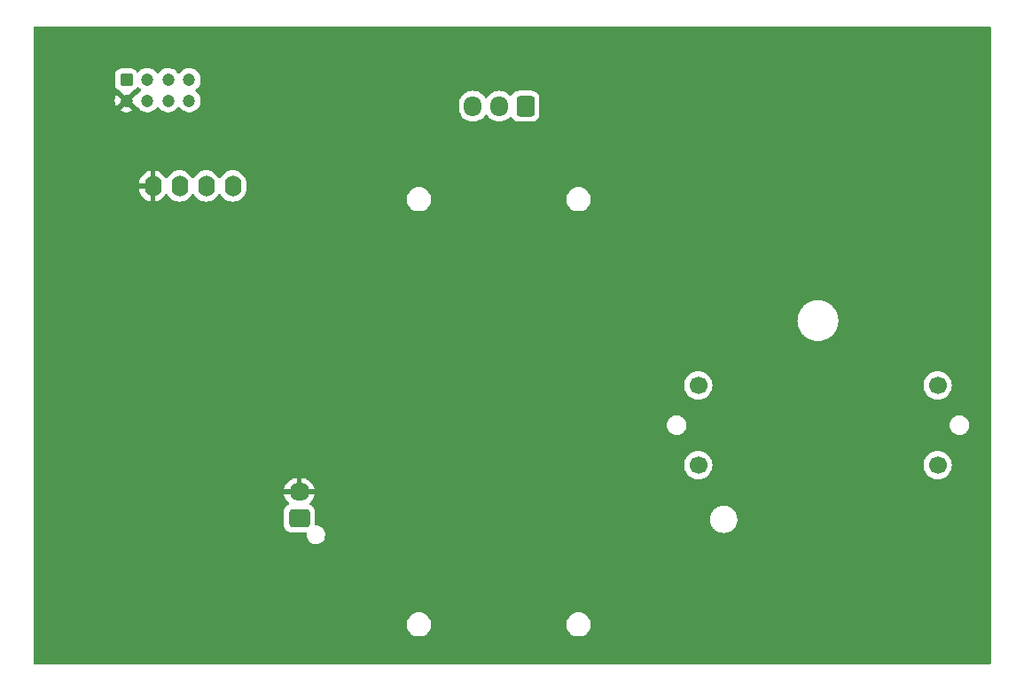
<source format=gbr>
%TF.GenerationSoftware,KiCad,Pcbnew,7.0.10*%
%TF.CreationDate,2024-02-04T18:22:09-08:00*%
%TF.ProjectId,514 pcb design,35313420-7063-4622-9064-657369676e2e,rev?*%
%TF.SameCoordinates,Original*%
%TF.FileFunction,Copper,L2,Bot*%
%TF.FilePolarity,Positive*%
%FSLAX46Y46*%
G04 Gerber Fmt 4.6, Leading zero omitted, Abs format (unit mm)*
G04 Created by KiCad (PCBNEW 7.0.10) date 2024-02-04 18:22:09*
%MOMM*%
%LPD*%
G01*
G04 APERTURE LIST*
G04 Aperture macros list*
%AMRoundRect*
0 Rectangle with rounded corners*
0 $1 Rounding radius*
0 $2 $3 $4 $5 $6 $7 $8 $9 X,Y pos of 4 corners*
0 Add a 4 corners polygon primitive as box body*
4,1,4,$2,$3,$4,$5,$6,$7,$8,$9,$2,$3,0*
0 Add four circle primitives for the rounded corners*
1,1,$1+$1,$2,$3*
1,1,$1+$1,$4,$5*
1,1,$1+$1,$6,$7*
1,1,$1+$1,$8,$9*
0 Add four rect primitives between the rounded corners*
20,1,$1+$1,$2,$3,$4,$5,0*
20,1,$1+$1,$4,$5,$6,$7,0*
20,1,$1+$1,$6,$7,$8,$9,0*
20,1,$1+$1,$8,$9,$2,$3,0*%
G04 Aperture macros list end*
%TA.AperFunction,ComponentPad*%
%ADD10O,1.600000X2.000000*%
%TD*%
%TA.AperFunction,ComponentPad*%
%ADD11O,1.950000X1.700000*%
%TD*%
%TA.AperFunction,ComponentPad*%
%ADD12RoundRect,0.250000X0.725000X-0.600000X0.725000X0.600000X-0.725000X0.600000X-0.725000X-0.600000X0*%
%TD*%
%TA.AperFunction,ComponentPad*%
%ADD13RoundRect,0.250000X-0.350000X-0.350000X0.350000X-0.350000X0.350000X0.350000X-0.350000X0.350000X0*%
%TD*%
%TA.AperFunction,ComponentPad*%
%ADD14C,1.200000*%
%TD*%
%TA.AperFunction,ComponentPad*%
%ADD15C,1.700000*%
%TD*%
%TA.AperFunction,ComponentPad*%
%ADD16O,1.700000X1.950000*%
%TD*%
%TA.AperFunction,ComponentPad*%
%ADD17RoundRect,0.250000X0.600000X0.725000X-0.600000X0.725000X-0.600000X-0.725000X0.600000X-0.725000X0*%
%TD*%
G04 APERTURE END LIST*
D10*
%TO.P,Brd1,4,SDA*%
%TO.N,/SDA*%
X102870000Y-68580000D03*
%TO.P,Brd1,3,SCL*%
%TO.N,/SCL*%
X100330000Y-68580000D03*
%TO.P,Brd1,2,VCC*%
%TO.N,/3v3*%
X97790000Y-68580000D03*
%TO.P,Brd1,1,GND*%
%TO.N,GND*%
X95250000Y-68580000D03*
%TD*%
D11*
%TO.P,J1,2,Pin_2*%
%TO.N,GND*%
X109220000Y-97830000D03*
D12*
%TO.P,J1,1,Pin_1*%
%TO.N,/Vin*%
X109220000Y-100330000D03*
%TD*%
D13*
%TO.P,BT1,1,+*%
%TO.N,Net-(BT1-+)*%
X92710000Y-58420000D03*
D14*
%TO.P,BT1,2,-*%
%TO.N,GND*%
X92710000Y-60420000D03*
%TO.P,BT1,3*%
%TO.N,N/C*%
X94710000Y-58420000D03*
%TO.P,BT1,4*%
X94710000Y-60420000D03*
%TO.P,BT1,5*%
X96710000Y-58420000D03*
%TO.P,BT1,6*%
X96710000Y-60420000D03*
%TO.P,BT1,7*%
X98710000Y-58420000D03*
%TO.P,BT1,8*%
X98710000Y-60420000D03*
%TD*%
D15*
%TO.P,M1,4*%
%TO.N,/D4*%
X147320000Y-87630000D03*
%TO.P,M1,3*%
%TO.N,/D3*%
X147320000Y-95250000D03*
%TO.P,M1,2,-*%
%TO.N,/D8*%
X170180000Y-95250000D03*
%TO.P,M1,1*%
%TO.N,/D9*%
X170180000Y-87630000D03*
%TD*%
D16*
%TO.P,SW1,3,C*%
%TO.N,Net-(SW1-C)*%
X125810000Y-60960000D03*
%TO.P,SW1,2,B*%
%TO.N,Net-(BT1-+)*%
X128310000Y-60960000D03*
D17*
%TO.P,SW1,1,A*%
%TO.N,/Vin*%
X130810000Y-60960000D03*
%TD*%
%TA.AperFunction,Conductor*%
%TO.N,GND*%
G36*
X93875782Y-59146815D02*
G01*
X93888995Y-59160689D01*
X93889375Y-59160344D01*
X93893236Y-59164580D01*
X94021317Y-59281340D01*
X94043959Y-59301981D01*
X94064294Y-59314572D01*
X94064296Y-59314573D01*
X94110931Y-59366601D01*
X94122035Y-59435583D01*
X94094082Y-59499617D01*
X94064296Y-59525427D01*
X94043957Y-59538020D01*
X93893236Y-59675419D01*
X93806206Y-59790665D01*
X93750097Y-59832300D01*
X93698669Y-59839640D01*
X93647465Y-59836087D01*
X93088338Y-60395214D01*
X93088886Y-60388605D01*
X93058163Y-60267281D01*
X92989711Y-60162508D01*
X92890948Y-60085637D01*
X92772576Y-60045000D01*
X92731447Y-60045000D01*
X93272254Y-59504190D01*
X93320927Y-59474168D01*
X93379334Y-59454814D01*
X93528656Y-59362712D01*
X93652712Y-59238656D01*
X93690790Y-59176920D01*
X93742737Y-59130195D01*
X93811699Y-59118972D01*
X93875782Y-59146815D01*
G37*
%TD.AperFunction*%
%TA.AperFunction,Conductor*%
G36*
X175202539Y-53360185D02*
G01*
X175248294Y-53412989D01*
X175259500Y-53464500D01*
X175259500Y-114175500D01*
X175239815Y-114242539D01*
X175187011Y-114288294D01*
X175135500Y-114299500D01*
X83944500Y-114299500D01*
X83877461Y-114279815D01*
X83831706Y-114227011D01*
X83820500Y-114175500D01*
X83820500Y-110596610D01*
X119499500Y-110596610D01*
X119538679Y-110806198D01*
X119615702Y-111005019D01*
X119727948Y-111186302D01*
X119871593Y-111343872D01*
X120041746Y-111472367D01*
X120232606Y-111567403D01*
X120232608Y-111567403D01*
X120232611Y-111567405D01*
X120437690Y-111625756D01*
X120596806Y-111640500D01*
X120596810Y-111640500D01*
X120703190Y-111640500D01*
X120703194Y-111640500D01*
X120862310Y-111625756D01*
X121067389Y-111567405D01*
X121067393Y-111567403D01*
X121067394Y-111567403D01*
X121258253Y-111472367D01*
X121258253Y-111472366D01*
X121258255Y-111472366D01*
X121428407Y-111343872D01*
X121572052Y-111186302D01*
X121684298Y-111005019D01*
X121761321Y-110806198D01*
X121800500Y-110596610D01*
X134739500Y-110596610D01*
X134778679Y-110806198D01*
X134855702Y-111005019D01*
X134967948Y-111186302D01*
X135111593Y-111343872D01*
X135281746Y-111472367D01*
X135472606Y-111567403D01*
X135472608Y-111567403D01*
X135472611Y-111567405D01*
X135677690Y-111625756D01*
X135836806Y-111640500D01*
X135836810Y-111640500D01*
X135943190Y-111640500D01*
X135943194Y-111640500D01*
X136102310Y-111625756D01*
X136307389Y-111567405D01*
X136307393Y-111567403D01*
X136307394Y-111567403D01*
X136498253Y-111472367D01*
X136498253Y-111472366D01*
X136498255Y-111472366D01*
X136668407Y-111343872D01*
X136812052Y-111186302D01*
X136924298Y-111005019D01*
X137001321Y-110806198D01*
X137040500Y-110596610D01*
X137040500Y-110383390D01*
X137001321Y-110173802D01*
X136924298Y-109974981D01*
X136812052Y-109793698D01*
X136668407Y-109636128D01*
X136668406Y-109636127D01*
X136498253Y-109507632D01*
X136307393Y-109412596D01*
X136102310Y-109354244D01*
X135943194Y-109339500D01*
X135836806Y-109339500D01*
X135709513Y-109351295D01*
X135677689Y-109354244D01*
X135472607Y-109412596D01*
X135472605Y-109412596D01*
X135281746Y-109507632D01*
X135111593Y-109636127D01*
X134967947Y-109793699D01*
X134855702Y-109974980D01*
X134855701Y-109974982D01*
X134778680Y-110173799D01*
X134778679Y-110173802D01*
X134739500Y-110383390D01*
X134739500Y-110596610D01*
X121800500Y-110596610D01*
X121800500Y-110383390D01*
X121761321Y-110173802D01*
X121684298Y-109974981D01*
X121572052Y-109793698D01*
X121428407Y-109636128D01*
X121428406Y-109636127D01*
X121258253Y-109507632D01*
X121067393Y-109412596D01*
X120862310Y-109354244D01*
X120703194Y-109339500D01*
X120596806Y-109339500D01*
X120469513Y-109351295D01*
X120437689Y-109354244D01*
X120232607Y-109412596D01*
X120232605Y-109412596D01*
X120041746Y-109507632D01*
X119871593Y-109636127D01*
X119727947Y-109793699D01*
X119615702Y-109974980D01*
X119615701Y-109974982D01*
X119538680Y-110173799D01*
X119538679Y-110173802D01*
X119499500Y-110383390D01*
X119499500Y-110596610D01*
X83820500Y-110596610D01*
X83820500Y-100980001D01*
X107744500Y-100980001D01*
X107744501Y-100980018D01*
X107755000Y-101082796D01*
X107755001Y-101082799D01*
X107810185Y-101249331D01*
X107810187Y-101249336D01*
X107828569Y-101279138D01*
X107902288Y-101398656D01*
X108026344Y-101522712D01*
X108175666Y-101614814D01*
X108342203Y-101669999D01*
X108444991Y-101680500D01*
X109827733Y-101680499D01*
X109894772Y-101700184D01*
X109940527Y-101752987D01*
X109950471Y-101822146D01*
X109950100Y-101824559D01*
X109940630Y-101882324D01*
X109950939Y-102072476D01*
X110001887Y-102255969D01*
X110001888Y-102255972D01*
X110091087Y-102424217D01*
X110091088Y-102424220D01*
X110214368Y-102569356D01*
X110214369Y-102569357D01*
X110365971Y-102684602D01*
X110365972Y-102684602D01*
X110365973Y-102684603D01*
X110365974Y-102684604D01*
X110471758Y-102733543D01*
X110538803Y-102764562D01*
X110538804Y-102764562D01*
X110538806Y-102764563D01*
X110595227Y-102776982D01*
X110724784Y-102805500D01*
X110724785Y-102805500D01*
X110867459Y-102805500D01*
X110867465Y-102805500D01*
X111009316Y-102790073D01*
X111189780Y-102729267D01*
X111352954Y-102631089D01*
X111491207Y-102500129D01*
X111598075Y-102342510D01*
X111598077Y-102342506D01*
X111668561Y-102165606D01*
X111668562Y-102165602D01*
X111699370Y-101977678D01*
X111689061Y-101787525D01*
X111638114Y-101604033D01*
X111548914Y-101435784D01*
X111548911Y-101435781D01*
X111548911Y-101435779D01*
X111425631Y-101290643D01*
X111274026Y-101175396D01*
X111274025Y-101175395D01*
X111101193Y-101095436D01*
X110915216Y-101054500D01*
X110819500Y-101054500D01*
X110752461Y-101034815D01*
X110706706Y-100982011D01*
X110695500Y-100930500D01*
X110695500Y-100440000D01*
X148444532Y-100440000D01*
X148452001Y-100525369D01*
X148452473Y-100536177D01*
X148452473Y-100553529D01*
X148455483Y-100570599D01*
X148456894Y-100581315D01*
X148464364Y-100666688D01*
X148464366Y-100666697D01*
X148486548Y-100749482D01*
X148488886Y-100760026D01*
X148491898Y-100777107D01*
X148491899Y-100777112D01*
X148491900Y-100777113D01*
X148497826Y-100793397D01*
X148501076Y-100803706D01*
X148520840Y-100877462D01*
X148523258Y-100886486D01*
X148523262Y-100886499D01*
X148559481Y-100964172D01*
X148563619Y-100974160D01*
X148569550Y-100990454D01*
X148578218Y-101005468D01*
X148583211Y-101015059D01*
X148619433Y-101092736D01*
X148668582Y-101162929D01*
X148674393Y-101172050D01*
X148683064Y-101187069D01*
X148683067Y-101187073D01*
X148683068Y-101187074D01*
X148694224Y-101200370D01*
X148700795Y-101208934D01*
X148729081Y-101249331D01*
X148749951Y-101279137D01*
X148749953Y-101279139D01*
X148810563Y-101339749D01*
X148817861Y-101347714D01*
X148829003Y-101360993D01*
X148829009Y-101360999D01*
X148838684Y-101369116D01*
X148842269Y-101372125D01*
X148842285Y-101372138D01*
X148850251Y-101379437D01*
X148910861Y-101440047D01*
X148981081Y-101489215D01*
X148989627Y-101495773D01*
X149002926Y-101506932D01*
X149017953Y-101515607D01*
X149027053Y-101521405D01*
X149097266Y-101570568D01*
X149174968Y-101606801D01*
X149184521Y-101611774D01*
X149199547Y-101620450D01*
X149215843Y-101626381D01*
X149225813Y-101630510D01*
X149303504Y-101666739D01*
X149303506Y-101666739D01*
X149303513Y-101666742D01*
X149354857Y-101680499D01*
X149386291Y-101688921D01*
X149396603Y-101692173D01*
X149398932Y-101693020D01*
X149412893Y-101698102D01*
X149429973Y-101701113D01*
X149440500Y-101703446D01*
X149523308Y-101725635D01*
X149608668Y-101733103D01*
X149608679Y-101733104D01*
X149619404Y-101734516D01*
X149623865Y-101735302D01*
X149636481Y-101737527D01*
X149636483Y-101737527D01*
X149653822Y-101737527D01*
X149664628Y-101737998D01*
X149681786Y-101739500D01*
X149749999Y-101745468D01*
X149750000Y-101745468D01*
X149750001Y-101745468D01*
X149818214Y-101739500D01*
X149835371Y-101737998D01*
X149846178Y-101737527D01*
X149863518Y-101737527D01*
X149863519Y-101737527D01*
X149880604Y-101734514D01*
X149891304Y-101733105D01*
X149976692Y-101725635D01*
X150059504Y-101703445D01*
X150070026Y-101701113D01*
X150087107Y-101698102D01*
X150103412Y-101692167D01*
X150113695Y-101688925D01*
X150172624Y-101673135D01*
X150196486Y-101666742D01*
X150196488Y-101666740D01*
X150196496Y-101666739D01*
X150274188Y-101630510D01*
X150284143Y-101626386D01*
X150300453Y-101620450D01*
X150315483Y-101611772D01*
X150325029Y-101606802D01*
X150402734Y-101570568D01*
X150472965Y-101521391D01*
X150482028Y-101515618D01*
X150497074Y-101506932D01*
X150510379Y-101495767D01*
X150518915Y-101489217D01*
X150589139Y-101440047D01*
X150649766Y-101379419D01*
X150657697Y-101372152D01*
X150670995Y-101360995D01*
X150682152Y-101347697D01*
X150689419Y-101339766D01*
X150750047Y-101279139D01*
X150799217Y-101208915D01*
X150805767Y-101200379D01*
X150816932Y-101187074D01*
X150825618Y-101172028D01*
X150831391Y-101162965D01*
X150880568Y-101092734D01*
X150916802Y-101015029D01*
X150921772Y-101005483D01*
X150930450Y-100990453D01*
X150936386Y-100974143D01*
X150940510Y-100964188D01*
X150976739Y-100886496D01*
X150998925Y-100803695D01*
X151002167Y-100793412D01*
X151008102Y-100777107D01*
X151011113Y-100760026D01*
X151013445Y-100749504D01*
X151035635Y-100666692D01*
X151043105Y-100581307D01*
X151044515Y-100570599D01*
X151047527Y-100553519D01*
X151048099Y-100527249D01*
X151048539Y-100519194D01*
X151055468Y-100440000D01*
X151048539Y-100360810D01*
X151048099Y-100352746D01*
X151047527Y-100326481D01*
X151044513Y-100309392D01*
X151043105Y-100298695D01*
X151035635Y-100213308D01*
X151013446Y-100130500D01*
X151011112Y-100119965D01*
X151008102Y-100102893D01*
X151002173Y-100086603D01*
X150998920Y-100076286D01*
X150976742Y-99993513D01*
X150976739Y-99993506D01*
X150976739Y-99993504D01*
X150940510Y-99915813D01*
X150936379Y-99905837D01*
X150930450Y-99889547D01*
X150921774Y-99874521D01*
X150916801Y-99864968D01*
X150880568Y-99787266D01*
X150831405Y-99717053D01*
X150825607Y-99707953D01*
X150816932Y-99692926D01*
X150805773Y-99679627D01*
X150799215Y-99671081D01*
X150750047Y-99600861D01*
X150689435Y-99540249D01*
X150682138Y-99532285D01*
X150670999Y-99519009D01*
X150670993Y-99519003D01*
X150657714Y-99507861D01*
X150649748Y-99500562D01*
X150589139Y-99439953D01*
X150518934Y-99390795D01*
X150510370Y-99384224D01*
X150497074Y-99373068D01*
X150497073Y-99373067D01*
X150497069Y-99373064D01*
X150482050Y-99364393D01*
X150472929Y-99358582D01*
X150402736Y-99309433D01*
X150402727Y-99309429D01*
X150388909Y-99302985D01*
X150325059Y-99273211D01*
X150315468Y-99268218D01*
X150300453Y-99259550D01*
X150300454Y-99259550D01*
X150284160Y-99253619D01*
X150274172Y-99249481D01*
X150196499Y-99213262D01*
X150196496Y-99213261D01*
X150187462Y-99210840D01*
X150113706Y-99191076D01*
X150103397Y-99187826D01*
X150087113Y-99181900D01*
X150087112Y-99181899D01*
X150087107Y-99181898D01*
X150070026Y-99178886D01*
X150059482Y-99176548D01*
X149976697Y-99154366D01*
X149976688Y-99154364D01*
X149891315Y-99146894D01*
X149880599Y-99145483D01*
X149863529Y-99142473D01*
X149863519Y-99142473D01*
X149846178Y-99142473D01*
X149835371Y-99142001D01*
X149781467Y-99137285D01*
X149750001Y-99134532D01*
X149749999Y-99134532D01*
X149718533Y-99137285D01*
X149664628Y-99142001D01*
X149653822Y-99142473D01*
X149636484Y-99142473D01*
X149636481Y-99142473D01*
X149636479Y-99142473D01*
X149636468Y-99142474D01*
X149619400Y-99145483D01*
X149608685Y-99146894D01*
X149523306Y-99154365D01*
X149440519Y-99176547D01*
X149429965Y-99178887D01*
X149412891Y-99181898D01*
X149412890Y-99181898D01*
X149396608Y-99187824D01*
X149386300Y-99191074D01*
X149303506Y-99213260D01*
X149303504Y-99213261D01*
X149225816Y-99249485D01*
X149215837Y-99253619D01*
X149199546Y-99259550D01*
X149199543Y-99259551D01*
X149184532Y-99268217D01*
X149174946Y-99273207D01*
X149097270Y-99309429D01*
X149027062Y-99358588D01*
X149017942Y-99364398D01*
X149002931Y-99373064D01*
X149002922Y-99373070D01*
X148989636Y-99384218D01*
X148981061Y-99390797D01*
X148910869Y-99439946D01*
X148910857Y-99439956D01*
X148850249Y-99500562D01*
X148842281Y-99507864D01*
X148829005Y-99519005D01*
X148817864Y-99532281D01*
X148810562Y-99540249D01*
X148749956Y-99600857D01*
X148749946Y-99600869D01*
X148700797Y-99671061D01*
X148694218Y-99679636D01*
X148683070Y-99692922D01*
X148683064Y-99692931D01*
X148674398Y-99707942D01*
X148668588Y-99717062D01*
X148619429Y-99787270D01*
X148583207Y-99864946D01*
X148578217Y-99874532D01*
X148569551Y-99889543D01*
X148569550Y-99889546D01*
X148563619Y-99905837D01*
X148559485Y-99915816D01*
X148523261Y-99993504D01*
X148523260Y-99993506D01*
X148501074Y-100076300D01*
X148497824Y-100086608D01*
X148491898Y-100102890D01*
X148491898Y-100102891D01*
X148488887Y-100119965D01*
X148486547Y-100130519D01*
X148464365Y-100213306D01*
X148456894Y-100298685D01*
X148455483Y-100309400D01*
X148452474Y-100326468D01*
X148452473Y-100326483D01*
X148452473Y-100343821D01*
X148452001Y-100354628D01*
X148444532Y-100439998D01*
X148444532Y-100440000D01*
X110695500Y-100440000D01*
X110695499Y-99679998D01*
X110695498Y-99679981D01*
X110684999Y-99577203D01*
X110684998Y-99577200D01*
X110672758Y-99540263D01*
X110629814Y-99410666D01*
X110537712Y-99261344D01*
X110413656Y-99137288D01*
X110264334Y-99045186D01*
X110258441Y-99041551D01*
X110211717Y-98989603D01*
X110200494Y-98920640D01*
X110228338Y-98856558D01*
X110235857Y-98848331D01*
X110383105Y-98701082D01*
X110518600Y-98507578D01*
X110618429Y-98293492D01*
X110618432Y-98293486D01*
X110675636Y-98080000D01*
X109623969Y-98080000D01*
X109656519Y-98029351D01*
X109695000Y-97898295D01*
X109695000Y-97761705D01*
X109656519Y-97630649D01*
X109623969Y-97580000D01*
X110675636Y-97580000D01*
X110675635Y-97579999D01*
X110618432Y-97366513D01*
X110618429Y-97366507D01*
X110518600Y-97152422D01*
X110518599Y-97152420D01*
X110383113Y-96958926D01*
X110383108Y-96958920D01*
X110216079Y-96791891D01*
X110216073Y-96791886D01*
X110022579Y-96656400D01*
X110022577Y-96656399D01*
X109808492Y-96556570D01*
X109808483Y-96556566D01*
X109580326Y-96495432D01*
X109580316Y-96495430D01*
X109470000Y-96485778D01*
X109470000Y-97421981D01*
X109355199Y-97369554D01*
X109253975Y-97355000D01*
X109186025Y-97355000D01*
X109084801Y-97369554D01*
X108970000Y-97421981D01*
X108970000Y-96485778D01*
X108859683Y-96495430D01*
X108859673Y-96495432D01*
X108631516Y-96556566D01*
X108631507Y-96556570D01*
X108417422Y-96656399D01*
X108417420Y-96656400D01*
X108223926Y-96791886D01*
X108223920Y-96791891D01*
X108056894Y-96958917D01*
X107921399Y-97152421D01*
X107821570Y-97366507D01*
X107821567Y-97366513D01*
X107764364Y-97579999D01*
X107764364Y-97580000D01*
X108816031Y-97580000D01*
X108783481Y-97630649D01*
X108745000Y-97761705D01*
X108745000Y-97898295D01*
X108783481Y-98029351D01*
X108816031Y-98080000D01*
X107764364Y-98080000D01*
X107821567Y-98293486D01*
X107821570Y-98293492D01*
X107921399Y-98507577D01*
X107921400Y-98507579D01*
X108056886Y-98701073D01*
X108204143Y-98848331D01*
X108237627Y-98909654D01*
X108232643Y-98979346D01*
X108190771Y-99035279D01*
X108181558Y-99041550D01*
X108026347Y-99137285D01*
X108026343Y-99137288D01*
X107902289Y-99261342D01*
X107810187Y-99410663D01*
X107810185Y-99410668D01*
X107800481Y-99439953D01*
X107755001Y-99577203D01*
X107755001Y-99577204D01*
X107755000Y-99577204D01*
X107744500Y-99679983D01*
X107744500Y-100980001D01*
X83820500Y-100980001D01*
X83820500Y-95250000D01*
X145964341Y-95250000D01*
X145984936Y-95485403D01*
X145984938Y-95485413D01*
X146046094Y-95713655D01*
X146046096Y-95713659D01*
X146046097Y-95713663D01*
X146145965Y-95927830D01*
X146145967Y-95927834D01*
X146254281Y-96082521D01*
X146281505Y-96121401D01*
X146448599Y-96288495D01*
X146545384Y-96356265D01*
X146642165Y-96424032D01*
X146642167Y-96424033D01*
X146642170Y-96424035D01*
X146856337Y-96523903D01*
X147084592Y-96585063D01*
X147272918Y-96601539D01*
X147319999Y-96605659D01*
X147320000Y-96605659D01*
X147320001Y-96605659D01*
X147359234Y-96602226D01*
X147555408Y-96585063D01*
X147783663Y-96523903D01*
X147997830Y-96424035D01*
X148191401Y-96288495D01*
X148358495Y-96121401D01*
X148494035Y-95927830D01*
X148593903Y-95713663D01*
X148655063Y-95485408D01*
X148675659Y-95250000D01*
X168824341Y-95250000D01*
X168844936Y-95485403D01*
X168844938Y-95485413D01*
X168906094Y-95713655D01*
X168906096Y-95713659D01*
X168906097Y-95713663D01*
X169005965Y-95927830D01*
X169005967Y-95927834D01*
X169114281Y-96082521D01*
X169141505Y-96121401D01*
X169308599Y-96288495D01*
X169405384Y-96356265D01*
X169502165Y-96424032D01*
X169502167Y-96424033D01*
X169502170Y-96424035D01*
X169716337Y-96523903D01*
X169944592Y-96585063D01*
X170132918Y-96601539D01*
X170179999Y-96605659D01*
X170180000Y-96605659D01*
X170180001Y-96605659D01*
X170219234Y-96602226D01*
X170415408Y-96585063D01*
X170643663Y-96523903D01*
X170857830Y-96424035D01*
X171051401Y-96288495D01*
X171218495Y-96121401D01*
X171354035Y-95927830D01*
X171453903Y-95713663D01*
X171515063Y-95485408D01*
X171535659Y-95250000D01*
X171515063Y-95014592D01*
X171453903Y-94786337D01*
X171354035Y-94572171D01*
X171218495Y-94378599D01*
X171218494Y-94378597D01*
X171051402Y-94211506D01*
X171051395Y-94211501D01*
X170857834Y-94075967D01*
X170857830Y-94075965D01*
X170857828Y-94075964D01*
X170643663Y-93976097D01*
X170643659Y-93976096D01*
X170643655Y-93976094D01*
X170415413Y-93914938D01*
X170415403Y-93914936D01*
X170180001Y-93894341D01*
X170179999Y-93894341D01*
X169944596Y-93914936D01*
X169944586Y-93914938D01*
X169716344Y-93976094D01*
X169716335Y-93976098D01*
X169502171Y-94075964D01*
X169502169Y-94075965D01*
X169308597Y-94211505D01*
X169141505Y-94378597D01*
X169005965Y-94572169D01*
X169005964Y-94572171D01*
X168906098Y-94786335D01*
X168906094Y-94786344D01*
X168844938Y-95014586D01*
X168844936Y-95014596D01*
X168824341Y-95249999D01*
X168824341Y-95250000D01*
X148675659Y-95250000D01*
X148655063Y-95014592D01*
X148593903Y-94786337D01*
X148494035Y-94572171D01*
X148358495Y-94378599D01*
X148358494Y-94378597D01*
X148191402Y-94211506D01*
X148191395Y-94211501D01*
X147997834Y-94075967D01*
X147997830Y-94075965D01*
X147997828Y-94075964D01*
X147783663Y-93976097D01*
X147783659Y-93976096D01*
X147783655Y-93976094D01*
X147555413Y-93914938D01*
X147555403Y-93914936D01*
X147320001Y-93894341D01*
X147319999Y-93894341D01*
X147084596Y-93914936D01*
X147084586Y-93914938D01*
X146856344Y-93976094D01*
X146856335Y-93976098D01*
X146642171Y-94075964D01*
X146642169Y-94075965D01*
X146448597Y-94211505D01*
X146281505Y-94378597D01*
X146145965Y-94572169D01*
X146145964Y-94572171D01*
X146046098Y-94786335D01*
X146046094Y-94786344D01*
X145984938Y-95014586D01*
X145984936Y-95014596D01*
X145964341Y-95249999D01*
X145964341Y-95250000D01*
X83820500Y-95250000D01*
X83820500Y-91440000D01*
X144294901Y-91440000D01*
X144313252Y-91626331D01*
X144313253Y-91626333D01*
X144367604Y-91805502D01*
X144455862Y-91970623D01*
X144455864Y-91970626D01*
X144574642Y-92115357D01*
X144719373Y-92234135D01*
X144719376Y-92234137D01*
X144719382Y-92234140D01*
X144884499Y-92322396D01*
X144884502Y-92322397D01*
X144884507Y-92322399D01*
X144912097Y-92330768D01*
X144919193Y-92333156D01*
X144919206Y-92333160D01*
X144919209Y-92333162D01*
X144922090Y-92333908D01*
X144926919Y-92335264D01*
X145063669Y-92376747D01*
X145092607Y-92379597D01*
X145099502Y-92380823D01*
X145099550Y-92380512D01*
X145105762Y-92381463D01*
X145105773Y-92381466D01*
X145114830Y-92381925D01*
X145120640Y-92382358D01*
X145250000Y-92395099D01*
X145283151Y-92391833D01*
X145291965Y-92391624D01*
X145291961Y-92391545D01*
X145298231Y-92391226D01*
X145298241Y-92391227D01*
X145311042Y-92389265D01*
X145317620Y-92388439D01*
X145436331Y-92376747D01*
X145472324Y-92365828D01*
X145486886Y-92362523D01*
X145488729Y-92362045D01*
X145488734Y-92362045D01*
X145503066Y-92356736D01*
X145510093Y-92354371D01*
X145615501Y-92322396D01*
X145652539Y-92302598D01*
X145667906Y-92295685D01*
X145669453Y-92295113D01*
X145683486Y-92286365D01*
X145690582Y-92282264D01*
X145780625Y-92234136D01*
X145816531Y-92204668D01*
X145829608Y-92195287D01*
X145833000Y-92193174D01*
X145845319Y-92181463D01*
X145852016Y-92175546D01*
X145925357Y-92115357D01*
X145957738Y-92075899D01*
X145968137Y-92064715D01*
X145972679Y-92060399D01*
X145982277Y-92046608D01*
X145988176Y-92038811D01*
X146044136Y-91970625D01*
X146070411Y-91921466D01*
X146077981Y-91909107D01*
X146082771Y-91902226D01*
X146089141Y-91887380D01*
X146093710Y-91877876D01*
X146132396Y-91805501D01*
X146149981Y-91747530D01*
X146154683Y-91734649D01*
X146158769Y-91725128D01*
X146161807Y-91710344D01*
X146164604Y-91699323D01*
X146186747Y-91626331D01*
X146193175Y-91561061D01*
X146195111Y-91548284D01*
X146197563Y-91536358D01*
X146198124Y-91514168D01*
X146198678Y-91505188D01*
X146205099Y-91440000D01*
X171294901Y-91440000D01*
X171313252Y-91626331D01*
X171313253Y-91626333D01*
X171367604Y-91805502D01*
X171455862Y-91970623D01*
X171455864Y-91970626D01*
X171574642Y-92115357D01*
X171719373Y-92234135D01*
X171719376Y-92234137D01*
X171719382Y-92234140D01*
X171884499Y-92322396D01*
X171884502Y-92322397D01*
X171884507Y-92322399D01*
X171912097Y-92330768D01*
X171919193Y-92333156D01*
X171919206Y-92333160D01*
X171919209Y-92333162D01*
X171922090Y-92333908D01*
X171926919Y-92335264D01*
X172063669Y-92376747D01*
X172092607Y-92379597D01*
X172099502Y-92380823D01*
X172099550Y-92380512D01*
X172105762Y-92381463D01*
X172105773Y-92381466D01*
X172114830Y-92381925D01*
X172120640Y-92382358D01*
X172250000Y-92395099D01*
X172283151Y-92391833D01*
X172291965Y-92391624D01*
X172291961Y-92391545D01*
X172298231Y-92391226D01*
X172298241Y-92391227D01*
X172311042Y-92389265D01*
X172317620Y-92388439D01*
X172436331Y-92376747D01*
X172472324Y-92365828D01*
X172486886Y-92362523D01*
X172488729Y-92362045D01*
X172488734Y-92362045D01*
X172503066Y-92356736D01*
X172510093Y-92354371D01*
X172615501Y-92322396D01*
X172652539Y-92302598D01*
X172667906Y-92295685D01*
X172669453Y-92295113D01*
X172683486Y-92286365D01*
X172690582Y-92282264D01*
X172780625Y-92234136D01*
X172816531Y-92204668D01*
X172829608Y-92195287D01*
X172833000Y-92193174D01*
X172845319Y-92181463D01*
X172852016Y-92175546D01*
X172925357Y-92115357D01*
X172957738Y-92075899D01*
X172968137Y-92064715D01*
X172972679Y-92060399D01*
X172982277Y-92046608D01*
X172988176Y-92038811D01*
X173044136Y-91970625D01*
X173070411Y-91921466D01*
X173077981Y-91909107D01*
X173082771Y-91902226D01*
X173089141Y-91887380D01*
X173093710Y-91877876D01*
X173132396Y-91805501D01*
X173149981Y-91747530D01*
X173154683Y-91734649D01*
X173158769Y-91725128D01*
X173161807Y-91710344D01*
X173164604Y-91699323D01*
X173186747Y-91626331D01*
X173193175Y-91561061D01*
X173195111Y-91548284D01*
X173197563Y-91536358D01*
X173198124Y-91514168D01*
X173198678Y-91505188D01*
X173205099Y-91440000D01*
X173198678Y-91374813D01*
X173198124Y-91365829D01*
X173197563Y-91343642D01*
X173195112Y-91331716D01*
X173193175Y-91318939D01*
X173186747Y-91253669D01*
X173164606Y-91180682D01*
X173161806Y-91169651D01*
X173158769Y-91154872D01*
X173154684Y-91145352D01*
X173149976Y-91132451D01*
X173132395Y-91074497D01*
X173093724Y-91002148D01*
X173089130Y-90992593D01*
X173082772Y-90977777D01*
X173082771Y-90977774D01*
X173077976Y-90970885D01*
X173070400Y-90958511D01*
X173044137Y-90909376D01*
X173044135Y-90909373D01*
X172988180Y-90841192D01*
X172982259Y-90833365D01*
X172972678Y-90819600D01*
X172972677Y-90819599D01*
X172968146Y-90815292D01*
X172957721Y-90804079D01*
X172925357Y-90764642D01*
X172852053Y-90704484D01*
X172845284Y-90698503D01*
X172833004Y-90686829D01*
X172833001Y-90686827D01*
X172833000Y-90686826D01*
X172829589Y-90684700D01*
X172816527Y-90675328D01*
X172780626Y-90645865D01*
X172780627Y-90645865D01*
X172780625Y-90645864D01*
X172690604Y-90597747D01*
X172683468Y-90593622D01*
X172669453Y-90584886D01*
X172667899Y-90584311D01*
X172652529Y-90577395D01*
X172625177Y-90562776D01*
X172615501Y-90557604D01*
X172615498Y-90557603D01*
X172510127Y-90525638D01*
X172503060Y-90523260D01*
X172488737Y-90517955D01*
X172486905Y-90517481D01*
X172472317Y-90514168D01*
X172436333Y-90503253D01*
X172317637Y-90491562D01*
X172311021Y-90490730D01*
X172298246Y-90488773D01*
X172291968Y-90488455D01*
X172291971Y-90488376D01*
X172283158Y-90488165D01*
X172250005Y-90484901D01*
X172249999Y-90484901D01*
X172120666Y-90497638D01*
X172114801Y-90498075D01*
X172105779Y-90498533D01*
X172099564Y-90499485D01*
X172099518Y-90499184D01*
X172092626Y-90500400D01*
X172063670Y-90503252D01*
X172063669Y-90503252D01*
X171926966Y-90544721D01*
X171922069Y-90546097D01*
X171919198Y-90546840D01*
X171919138Y-90546863D01*
X171912115Y-90549225D01*
X171884502Y-90557602D01*
X171884495Y-90557605D01*
X171719376Y-90645862D01*
X171719373Y-90645864D01*
X171574642Y-90764642D01*
X171455864Y-90909373D01*
X171455862Y-90909376D01*
X171367604Y-91074497D01*
X171313253Y-91253666D01*
X171313252Y-91253668D01*
X171294901Y-91440000D01*
X146205099Y-91440000D01*
X146198678Y-91374813D01*
X146198124Y-91365829D01*
X146197563Y-91343642D01*
X146195112Y-91331716D01*
X146193175Y-91318939D01*
X146186747Y-91253669D01*
X146164606Y-91180682D01*
X146161806Y-91169651D01*
X146158769Y-91154872D01*
X146154684Y-91145352D01*
X146149976Y-91132451D01*
X146132395Y-91074497D01*
X146093724Y-91002148D01*
X146089130Y-90992593D01*
X146082772Y-90977777D01*
X146082771Y-90977774D01*
X146077976Y-90970885D01*
X146070400Y-90958511D01*
X146044137Y-90909376D01*
X146044135Y-90909373D01*
X145988180Y-90841192D01*
X145982259Y-90833365D01*
X145972678Y-90819600D01*
X145972677Y-90819599D01*
X145968146Y-90815292D01*
X145957721Y-90804079D01*
X145925357Y-90764642D01*
X145852053Y-90704484D01*
X145845284Y-90698503D01*
X145833004Y-90686829D01*
X145833001Y-90686827D01*
X145833000Y-90686826D01*
X145829589Y-90684700D01*
X145816527Y-90675328D01*
X145780626Y-90645865D01*
X145780627Y-90645865D01*
X145780625Y-90645864D01*
X145690604Y-90597747D01*
X145683468Y-90593622D01*
X145669453Y-90584886D01*
X145667899Y-90584311D01*
X145652529Y-90577395D01*
X145625177Y-90562776D01*
X145615501Y-90557604D01*
X145615498Y-90557603D01*
X145510127Y-90525638D01*
X145503060Y-90523260D01*
X145488737Y-90517955D01*
X145486905Y-90517481D01*
X145472317Y-90514168D01*
X145436333Y-90503253D01*
X145317637Y-90491562D01*
X145311021Y-90490730D01*
X145298246Y-90488773D01*
X145291968Y-90488455D01*
X145291971Y-90488376D01*
X145283158Y-90488165D01*
X145250005Y-90484901D01*
X145249999Y-90484901D01*
X145120666Y-90497638D01*
X145114801Y-90498075D01*
X145105779Y-90498533D01*
X145099564Y-90499485D01*
X145099518Y-90499184D01*
X145092626Y-90500400D01*
X145063670Y-90503252D01*
X145063669Y-90503252D01*
X144926966Y-90544721D01*
X144922069Y-90546097D01*
X144919198Y-90546840D01*
X144919138Y-90546863D01*
X144912115Y-90549225D01*
X144884502Y-90557602D01*
X144884495Y-90557605D01*
X144719376Y-90645862D01*
X144719373Y-90645864D01*
X144574642Y-90764642D01*
X144455864Y-90909373D01*
X144455862Y-90909376D01*
X144367604Y-91074497D01*
X144313253Y-91253666D01*
X144313252Y-91253668D01*
X144294901Y-91440000D01*
X83820500Y-91440000D01*
X83820500Y-87630000D01*
X145964341Y-87630000D01*
X145984936Y-87865403D01*
X145984938Y-87865413D01*
X146046094Y-88093655D01*
X146046096Y-88093659D01*
X146046097Y-88093663D01*
X146145965Y-88307830D01*
X146145967Y-88307834D01*
X146254281Y-88462521D01*
X146281505Y-88501401D01*
X146448599Y-88668495D01*
X146545384Y-88736265D01*
X146642165Y-88804032D01*
X146642167Y-88804033D01*
X146642170Y-88804035D01*
X146856337Y-88903903D01*
X147084592Y-88965063D01*
X147272918Y-88981539D01*
X147319999Y-88985659D01*
X147320000Y-88985659D01*
X147320001Y-88985659D01*
X147359234Y-88982226D01*
X147555408Y-88965063D01*
X147783663Y-88903903D01*
X147997830Y-88804035D01*
X148191401Y-88668495D01*
X148358495Y-88501401D01*
X148494035Y-88307830D01*
X148593903Y-88093663D01*
X148655063Y-87865408D01*
X148675659Y-87630000D01*
X168824341Y-87630000D01*
X168844936Y-87865403D01*
X168844938Y-87865413D01*
X168906094Y-88093655D01*
X168906096Y-88093659D01*
X168906097Y-88093663D01*
X169005965Y-88307830D01*
X169005967Y-88307834D01*
X169114281Y-88462521D01*
X169141505Y-88501401D01*
X169308599Y-88668495D01*
X169405384Y-88736265D01*
X169502165Y-88804032D01*
X169502167Y-88804033D01*
X169502170Y-88804035D01*
X169716337Y-88903903D01*
X169944592Y-88965063D01*
X170132918Y-88981539D01*
X170179999Y-88985659D01*
X170180000Y-88985659D01*
X170180001Y-88985659D01*
X170219234Y-88982226D01*
X170415408Y-88965063D01*
X170643663Y-88903903D01*
X170857830Y-88804035D01*
X171051401Y-88668495D01*
X171218495Y-88501401D01*
X171354035Y-88307830D01*
X171453903Y-88093663D01*
X171515063Y-87865408D01*
X171535659Y-87630000D01*
X171515063Y-87394592D01*
X171453903Y-87166337D01*
X171354035Y-86952171D01*
X171218495Y-86758599D01*
X171218494Y-86758597D01*
X171051402Y-86591506D01*
X171051395Y-86591501D01*
X170857834Y-86455967D01*
X170857830Y-86455965D01*
X170857828Y-86455964D01*
X170643663Y-86356097D01*
X170643659Y-86356096D01*
X170643655Y-86356094D01*
X170415413Y-86294938D01*
X170415403Y-86294936D01*
X170180001Y-86274341D01*
X170179999Y-86274341D01*
X169944596Y-86294936D01*
X169944586Y-86294938D01*
X169716344Y-86356094D01*
X169716335Y-86356098D01*
X169502171Y-86455964D01*
X169502169Y-86455965D01*
X169308597Y-86591505D01*
X169141505Y-86758597D01*
X169005965Y-86952169D01*
X169005964Y-86952171D01*
X168906098Y-87166335D01*
X168906094Y-87166344D01*
X168844938Y-87394586D01*
X168844936Y-87394596D01*
X168824341Y-87629999D01*
X168824341Y-87630000D01*
X148675659Y-87630000D01*
X148655063Y-87394592D01*
X148593903Y-87166337D01*
X148494035Y-86952171D01*
X148358495Y-86758599D01*
X148358494Y-86758597D01*
X148191402Y-86591506D01*
X148191395Y-86591501D01*
X147997834Y-86455967D01*
X147997830Y-86455965D01*
X147997828Y-86455964D01*
X147783663Y-86356097D01*
X147783659Y-86356096D01*
X147783655Y-86356094D01*
X147555413Y-86294938D01*
X147555403Y-86294936D01*
X147320001Y-86274341D01*
X147319999Y-86274341D01*
X147084596Y-86294936D01*
X147084586Y-86294938D01*
X146856344Y-86356094D01*
X146856335Y-86356098D01*
X146642171Y-86455964D01*
X146642169Y-86455965D01*
X146448597Y-86591505D01*
X146281505Y-86758597D01*
X146145965Y-86952169D01*
X146145964Y-86952171D01*
X146046098Y-87166335D01*
X146046094Y-87166344D01*
X145984938Y-87394586D01*
X145984936Y-87394596D01*
X145964341Y-87629999D01*
X145964341Y-87630000D01*
X83820500Y-87630000D01*
X83820500Y-81440001D01*
X156794518Y-81440001D01*
X156802168Y-81546960D01*
X156802484Y-81555806D01*
X156802484Y-81579289D01*
X156804898Y-81596084D01*
X156805825Y-81602528D01*
X156806770Y-81611322D01*
X156814422Y-81718296D01*
X156814422Y-81718299D01*
X156837215Y-81823072D01*
X156838787Y-81831783D01*
X156842130Y-81855032D01*
X156845643Y-81866998D01*
X156848746Y-81877567D01*
X156850932Y-81886134D01*
X156873362Y-81989238D01*
X156873729Y-81990923D01*
X156896188Y-82051138D01*
X156911206Y-82091404D01*
X156914000Y-82099798D01*
X156920614Y-82122322D01*
X156920620Y-82122338D01*
X156930365Y-82143678D01*
X156933750Y-82151850D01*
X156971230Y-82252335D01*
X156971233Y-82252342D01*
X157022624Y-82346456D01*
X157026587Y-82354373D01*
X157036334Y-82375718D01*
X157036344Y-82375736D01*
X157049032Y-82395479D01*
X157053548Y-82403090D01*
X157104940Y-82497207D01*
X157104944Y-82497214D01*
X157169215Y-82583072D01*
X157174260Y-82590337D01*
X157186951Y-82610084D01*
X157202325Y-82627826D01*
X157207874Y-82634712D01*
X157272145Y-82720568D01*
X157347984Y-82796407D01*
X157354003Y-82802872D01*
X157369380Y-82820618D01*
X157387125Y-82835994D01*
X157393590Y-82842013D01*
X157464911Y-82913334D01*
X157469429Y-82917852D01*
X157469433Y-82917856D01*
X157555279Y-82982120D01*
X157562168Y-82987671D01*
X157568832Y-82993444D01*
X157579916Y-83003049D01*
X157599678Y-83015749D01*
X157606933Y-83020787D01*
X157692787Y-83085056D01*
X157786929Y-83136462D01*
X157794491Y-83140948D01*
X157814271Y-83153660D01*
X157835636Y-83163417D01*
X157843534Y-83167370D01*
X157937663Y-83218769D01*
X158038146Y-83256247D01*
X158046318Y-83259632D01*
X158056755Y-83264398D01*
X158067675Y-83269385D01*
X158090208Y-83276001D01*
X158098579Y-83278787D01*
X158199077Y-83316271D01*
X158303854Y-83339064D01*
X158303859Y-83339065D01*
X158312437Y-83341254D01*
X158334968Y-83347870D01*
X158358247Y-83351217D01*
X158366877Y-83352773D01*
X158471706Y-83375578D01*
X158578686Y-83383229D01*
X158587436Y-83384169D01*
X158610711Y-83387516D01*
X158610716Y-83387516D01*
X158634193Y-83387516D01*
X158643039Y-83387832D01*
X158749999Y-83395482D01*
X158750000Y-83395482D01*
X158750001Y-83395482D01*
X158856961Y-83387832D01*
X158865807Y-83387516D01*
X158889288Y-83387516D01*
X158889289Y-83387516D01*
X158912539Y-83384173D01*
X158921313Y-83383229D01*
X159028294Y-83375578D01*
X159133137Y-83352770D01*
X159141747Y-83351217D01*
X159165032Y-83347870D01*
X159187588Y-83341246D01*
X159196134Y-83339066D01*
X159272552Y-83322442D01*
X159300919Y-83316272D01*
X159300924Y-83316271D01*
X159341435Y-83301160D01*
X159401420Y-83278787D01*
X159409766Y-83276008D01*
X159432325Y-83269385D01*
X159453692Y-83259626D01*
X159461832Y-83256255D01*
X159562337Y-83218769D01*
X159656476Y-83167364D01*
X159664341Y-83163427D01*
X159685729Y-83153660D01*
X159705507Y-83140949D01*
X159713054Y-83136470D01*
X159807213Y-83085056D01*
X159893086Y-83020771D01*
X159900300Y-83015762D01*
X159920084Y-83003049D01*
X159937866Y-82987640D01*
X159944688Y-82982143D01*
X160030568Y-82917855D01*
X160106425Y-82841997D01*
X160112875Y-82835994D01*
X160130619Y-82820619D01*
X160146003Y-82802863D01*
X160151996Y-82796426D01*
X160227855Y-82720568D01*
X160292143Y-82634688D01*
X160297640Y-82627866D01*
X160313049Y-82610084D01*
X160325762Y-82590300D01*
X160330771Y-82583086D01*
X160395056Y-82497213D01*
X160446470Y-82403054D01*
X160450949Y-82395507D01*
X160463660Y-82375729D01*
X160473427Y-82354341D01*
X160477364Y-82346476D01*
X160528769Y-82252337D01*
X160566255Y-82151832D01*
X160569633Y-82143678D01*
X160579385Y-82122325D01*
X160586008Y-82099766D01*
X160588787Y-82091420D01*
X160626271Y-81990923D01*
X160649066Y-81886134D01*
X160651246Y-81877588D01*
X160657870Y-81855032D01*
X160661217Y-81831747D01*
X160662770Y-81823137D01*
X160685578Y-81718294D01*
X160693229Y-81611313D01*
X160694169Y-81602563D01*
X160697516Y-81579289D01*
X160698120Y-81545409D01*
X160698413Y-81538830D01*
X160705482Y-81440000D01*
X160698413Y-81341173D01*
X160698120Y-81334587D01*
X160697516Y-81300711D01*
X160694169Y-81277436D01*
X160693229Y-81268686D01*
X160685578Y-81161706D01*
X160662773Y-81056877D01*
X160661217Y-81048247D01*
X160657870Y-81024968D01*
X160651254Y-81002436D01*
X160649065Y-80993859D01*
X160626271Y-80889077D01*
X160588787Y-80788579D01*
X160586001Y-80780208D01*
X160579385Y-80757675D01*
X160569631Y-80736316D01*
X160566246Y-80728144D01*
X160528769Y-80627663D01*
X160477370Y-80533534D01*
X160473412Y-80525626D01*
X160463662Y-80504276D01*
X160463661Y-80504274D01*
X160463660Y-80504271D01*
X160450948Y-80484491D01*
X160446462Y-80476929D01*
X160395056Y-80382787D01*
X160395052Y-80382782D01*
X160330792Y-80296940D01*
X160325743Y-80289669D01*
X160313049Y-80269916D01*
X160303444Y-80258832D01*
X160297671Y-80252168D01*
X160292120Y-80245279D01*
X160227856Y-80159433D01*
X160227852Y-80159429D01*
X160152013Y-80083590D01*
X160145994Y-80077125D01*
X160130618Y-80059380D01*
X160112872Y-80044003D01*
X160106404Y-80037981D01*
X160030568Y-79962145D01*
X159944712Y-79897874D01*
X159937827Y-79892325D01*
X159920084Y-79876951D01*
X159905280Y-79867437D01*
X159900337Y-79864260D01*
X159893072Y-79859215D01*
X159807214Y-79794944D01*
X159807207Y-79794940D01*
X159713090Y-79743548D01*
X159705479Y-79739032D01*
X159685736Y-79726344D01*
X159685718Y-79726334D01*
X159664373Y-79716587D01*
X159656456Y-79712624D01*
X159562342Y-79661233D01*
X159562335Y-79661230D01*
X159461850Y-79623750D01*
X159453678Y-79620365D01*
X159432338Y-79610620D01*
X159432322Y-79610614D01*
X159409798Y-79604000D01*
X159401404Y-79601206D01*
X159361138Y-79586188D01*
X159300923Y-79563729D01*
X159300919Y-79563728D01*
X159196134Y-79540932D01*
X159187567Y-79538746D01*
X159176998Y-79535643D01*
X159165032Y-79532130D01*
X159164513Y-79532055D01*
X159141783Y-79528787D01*
X159133072Y-79527215D01*
X159028298Y-79504422D01*
X158921322Y-79496770D01*
X158912528Y-79495825D01*
X158906084Y-79494898D01*
X158889289Y-79492484D01*
X158889284Y-79492484D01*
X158865807Y-79492484D01*
X158856961Y-79492168D01*
X158750001Y-79484518D01*
X158749999Y-79484518D01*
X158643039Y-79492168D01*
X158634193Y-79492484D01*
X158610713Y-79492484D01*
X158610711Y-79492484D01*
X158602857Y-79493613D01*
X158587470Y-79495825D01*
X158578677Y-79496770D01*
X158471703Y-79504422D01*
X158471697Y-79504423D01*
X158366926Y-79527215D01*
X158358217Y-79528787D01*
X158334962Y-79532130D01*
X158312437Y-79538744D01*
X158303866Y-79540932D01*
X158199078Y-79563728D01*
X158098586Y-79601209D01*
X158090190Y-79604004D01*
X158067675Y-79610615D01*
X158046316Y-79620368D01*
X158038146Y-79623751D01*
X157937674Y-79661225D01*
X157937660Y-79661231D01*
X157843543Y-79712623D01*
X157835638Y-79716580D01*
X157814270Y-79726340D01*
X157814265Y-79726342D01*
X157794510Y-79739037D01*
X157786909Y-79743546D01*
X157692788Y-79794943D01*
X157692782Y-79794947D01*
X157606937Y-79859209D01*
X157599672Y-79864253D01*
X157579917Y-79876949D01*
X157562164Y-79892332D01*
X157555276Y-79897881D01*
X157469446Y-79962133D01*
X157469431Y-79962146D01*
X157393594Y-80037981D01*
X157387121Y-80044007D01*
X157369380Y-80059380D01*
X157354007Y-80077121D01*
X157347981Y-80083594D01*
X157272146Y-80159431D01*
X157272133Y-80159446D01*
X157207881Y-80245276D01*
X157202332Y-80252164D01*
X157186949Y-80269917D01*
X157174253Y-80289672D01*
X157169209Y-80296937D01*
X157104947Y-80382782D01*
X157104943Y-80382788D01*
X157053546Y-80476909D01*
X157049037Y-80484510D01*
X157036342Y-80504265D01*
X157036340Y-80504270D01*
X157026580Y-80525638D01*
X157022623Y-80533543D01*
X156971231Y-80627660D01*
X156971225Y-80627674D01*
X156933751Y-80728146D01*
X156930368Y-80736316D01*
X156920615Y-80757675D01*
X156914004Y-80780190D01*
X156911209Y-80788586D01*
X156873728Y-80889078D01*
X156850932Y-80993866D01*
X156848744Y-81002437D01*
X156842130Y-81024962D01*
X156838787Y-81048217D01*
X156837215Y-81056926D01*
X156814423Y-81161697D01*
X156814422Y-81161703D01*
X156806770Y-81268677D01*
X156805825Y-81277470D01*
X156802484Y-81300713D01*
X156802484Y-81324192D01*
X156802168Y-81333038D01*
X156794518Y-81439998D01*
X156794518Y-81440001D01*
X83820500Y-81440001D01*
X83820500Y-68836766D01*
X93950000Y-68836766D01*
X93964858Y-69006599D01*
X93964860Y-69006610D01*
X94023730Y-69226317D01*
X94023734Y-69226326D01*
X94119865Y-69432482D01*
X94250342Y-69618820D01*
X94411179Y-69779657D01*
X94597517Y-69910134D01*
X94803673Y-70006265D01*
X94803682Y-70006269D01*
X94999999Y-70058872D01*
X95000000Y-70058871D01*
X95000000Y-69015501D01*
X95107685Y-69064680D01*
X95214237Y-69080000D01*
X95285763Y-69080000D01*
X95392315Y-69064680D01*
X95500000Y-69015501D01*
X95500000Y-70058872D01*
X95696317Y-70006269D01*
X95696326Y-70006265D01*
X95902482Y-69910134D01*
X96088820Y-69779657D01*
X96249657Y-69618820D01*
X96380132Y-69432484D01*
X96407341Y-69374134D01*
X96453513Y-69321695D01*
X96520707Y-69302542D01*
X96587588Y-69322757D01*
X96632106Y-69374133D01*
X96659431Y-69432732D01*
X96659432Y-69432734D01*
X96789954Y-69619141D01*
X96950858Y-69780045D01*
X96950861Y-69780047D01*
X97137266Y-69910568D01*
X97343504Y-70006739D01*
X97563308Y-70065635D01*
X97725230Y-70079801D01*
X97789998Y-70085468D01*
X97790000Y-70085468D01*
X97790002Y-70085468D01*
X97846673Y-70080509D01*
X98016692Y-70065635D01*
X98236496Y-70006739D01*
X98442734Y-69910568D01*
X98629139Y-69780047D01*
X98790047Y-69619139D01*
X98920568Y-69432734D01*
X98947618Y-69374724D01*
X98993790Y-69322285D01*
X99060983Y-69303133D01*
X99127865Y-69323348D01*
X99172382Y-69374725D01*
X99199429Y-69432728D01*
X99199432Y-69432734D01*
X99329954Y-69619141D01*
X99490858Y-69780045D01*
X99490861Y-69780047D01*
X99677266Y-69910568D01*
X99883504Y-70006739D01*
X100103308Y-70065635D01*
X100265230Y-70079801D01*
X100329998Y-70085468D01*
X100330000Y-70085468D01*
X100330002Y-70085468D01*
X100386673Y-70080509D01*
X100556692Y-70065635D01*
X100776496Y-70006739D01*
X100982734Y-69910568D01*
X101169139Y-69780047D01*
X101330047Y-69619139D01*
X101460568Y-69432734D01*
X101487618Y-69374724D01*
X101533790Y-69322285D01*
X101600983Y-69303133D01*
X101667865Y-69323348D01*
X101712382Y-69374725D01*
X101739429Y-69432728D01*
X101739432Y-69432734D01*
X101869954Y-69619141D01*
X102030858Y-69780045D01*
X102030861Y-69780047D01*
X102217266Y-69910568D01*
X102423504Y-70006739D01*
X102643308Y-70065635D01*
X102805230Y-70079801D01*
X102869998Y-70085468D01*
X102870000Y-70085468D01*
X102870002Y-70085468D01*
X102926673Y-70080509D01*
X103096692Y-70065635D01*
X103316496Y-70006739D01*
X103423997Y-69956610D01*
X119499500Y-69956610D01*
X119538679Y-70166198D01*
X119615702Y-70365019D01*
X119727948Y-70546302D01*
X119871593Y-70703872D01*
X120041746Y-70832367D01*
X120232606Y-70927403D01*
X120232608Y-70927403D01*
X120232611Y-70927405D01*
X120437690Y-70985756D01*
X120596806Y-71000500D01*
X120596810Y-71000500D01*
X120703190Y-71000500D01*
X120703194Y-71000500D01*
X120862310Y-70985756D01*
X121067389Y-70927405D01*
X121067393Y-70927403D01*
X121067394Y-70927403D01*
X121258253Y-70832367D01*
X121258253Y-70832366D01*
X121258255Y-70832366D01*
X121428407Y-70703872D01*
X121572052Y-70546302D01*
X121684298Y-70365019D01*
X121761321Y-70166198D01*
X121800500Y-69956610D01*
X134739500Y-69956610D01*
X134778679Y-70166198D01*
X134855702Y-70365019D01*
X134967948Y-70546302D01*
X135111593Y-70703872D01*
X135281746Y-70832367D01*
X135472606Y-70927403D01*
X135472608Y-70927403D01*
X135472611Y-70927405D01*
X135677690Y-70985756D01*
X135836806Y-71000500D01*
X135836810Y-71000500D01*
X135943190Y-71000500D01*
X135943194Y-71000500D01*
X136102310Y-70985756D01*
X136307389Y-70927405D01*
X136307393Y-70927403D01*
X136307394Y-70927403D01*
X136498253Y-70832367D01*
X136498253Y-70832366D01*
X136498255Y-70832366D01*
X136668407Y-70703872D01*
X136812052Y-70546302D01*
X136924298Y-70365019D01*
X137001321Y-70166198D01*
X137040500Y-69956610D01*
X137040500Y-69743390D01*
X137001321Y-69533802D01*
X136924298Y-69334981D01*
X136812052Y-69153698D01*
X136668407Y-68996128D01*
X136555413Y-68910798D01*
X136498253Y-68867632D01*
X136307393Y-68772596D01*
X136102310Y-68714244D01*
X135943194Y-68699500D01*
X135836806Y-68699500D01*
X135709513Y-68711295D01*
X135677689Y-68714244D01*
X135472607Y-68772596D01*
X135472605Y-68772596D01*
X135281746Y-68867632D01*
X135111593Y-68996127D01*
X134967947Y-69153699D01*
X134855702Y-69334980D01*
X134855701Y-69334982D01*
X134778680Y-69533799D01*
X134778679Y-69533802D01*
X134739500Y-69743390D01*
X134739500Y-69956610D01*
X121800500Y-69956610D01*
X121800500Y-69743390D01*
X121761321Y-69533802D01*
X121684298Y-69334981D01*
X121572052Y-69153698D01*
X121428407Y-68996128D01*
X121315413Y-68910798D01*
X121258253Y-68867632D01*
X121067393Y-68772596D01*
X120862310Y-68714244D01*
X120703194Y-68699500D01*
X120596806Y-68699500D01*
X120469513Y-68711295D01*
X120437689Y-68714244D01*
X120232607Y-68772596D01*
X120232605Y-68772596D01*
X120041746Y-68867632D01*
X119871593Y-68996127D01*
X119727947Y-69153699D01*
X119615702Y-69334980D01*
X119615701Y-69334982D01*
X119538680Y-69533799D01*
X119538679Y-69533802D01*
X119499500Y-69743390D01*
X119499500Y-69956610D01*
X103423997Y-69956610D01*
X103522734Y-69910568D01*
X103709139Y-69780047D01*
X103870047Y-69619139D01*
X104000568Y-69432734D01*
X104096739Y-69226496D01*
X104155635Y-69006692D01*
X104170500Y-68836784D01*
X104170500Y-68323216D01*
X104155635Y-68153308D01*
X104096739Y-67933504D01*
X104000568Y-67727266D01*
X103870047Y-67540861D01*
X103870045Y-67540858D01*
X103709141Y-67379954D01*
X103522734Y-67249432D01*
X103522732Y-67249431D01*
X103316497Y-67153261D01*
X103316488Y-67153258D01*
X103096697Y-67094366D01*
X103096693Y-67094365D01*
X103096692Y-67094365D01*
X103096691Y-67094364D01*
X103096686Y-67094364D01*
X102870002Y-67074532D01*
X102869998Y-67074532D01*
X102643313Y-67094364D01*
X102643302Y-67094366D01*
X102423511Y-67153258D01*
X102423502Y-67153261D01*
X102217267Y-67249431D01*
X102217265Y-67249432D01*
X102030858Y-67379954D01*
X101869954Y-67540858D01*
X101739432Y-67727265D01*
X101739431Y-67727267D01*
X101712382Y-67785275D01*
X101666209Y-67837714D01*
X101599016Y-67856866D01*
X101532135Y-67836650D01*
X101487618Y-67785275D01*
X101460686Y-67727520D01*
X101460568Y-67727266D01*
X101330047Y-67540861D01*
X101330045Y-67540858D01*
X101169141Y-67379954D01*
X100982734Y-67249432D01*
X100982732Y-67249431D01*
X100776497Y-67153261D01*
X100776488Y-67153258D01*
X100556697Y-67094366D01*
X100556693Y-67094365D01*
X100556692Y-67094365D01*
X100556691Y-67094364D01*
X100556686Y-67094364D01*
X100330002Y-67074532D01*
X100329998Y-67074532D01*
X100103313Y-67094364D01*
X100103302Y-67094366D01*
X99883511Y-67153258D01*
X99883502Y-67153261D01*
X99677267Y-67249431D01*
X99677265Y-67249432D01*
X99490858Y-67379954D01*
X99329954Y-67540858D01*
X99199432Y-67727265D01*
X99199431Y-67727267D01*
X99172382Y-67785275D01*
X99126209Y-67837714D01*
X99059016Y-67856866D01*
X98992135Y-67836650D01*
X98947618Y-67785275D01*
X98920686Y-67727520D01*
X98920568Y-67727266D01*
X98790047Y-67540861D01*
X98790045Y-67540858D01*
X98629141Y-67379954D01*
X98442734Y-67249432D01*
X98442732Y-67249431D01*
X98236497Y-67153261D01*
X98236488Y-67153258D01*
X98016697Y-67094366D01*
X98016693Y-67094365D01*
X98016692Y-67094365D01*
X98016691Y-67094364D01*
X98016686Y-67094364D01*
X97790002Y-67074532D01*
X97789998Y-67074532D01*
X97563313Y-67094364D01*
X97563302Y-67094366D01*
X97343511Y-67153258D01*
X97343502Y-67153261D01*
X97137267Y-67249431D01*
X97137265Y-67249432D01*
X96950858Y-67379954D01*
X96789954Y-67540858D01*
X96659433Y-67727264D01*
X96659432Y-67727266D01*
X96659315Y-67727518D01*
X96632106Y-67785867D01*
X96585933Y-67838306D01*
X96518739Y-67857457D01*
X96451858Y-67837241D01*
X96407342Y-67785865D01*
X96380135Y-67727520D01*
X96380134Y-67727518D01*
X96249657Y-67541179D01*
X96088820Y-67380342D01*
X95902482Y-67249865D01*
X95696328Y-67153734D01*
X95500000Y-67101127D01*
X95500000Y-68144498D01*
X95392315Y-68095320D01*
X95285763Y-68080000D01*
X95214237Y-68080000D01*
X95107685Y-68095320D01*
X95000000Y-68144498D01*
X95000000Y-67101127D01*
X94803671Y-67153734D01*
X94597517Y-67249865D01*
X94411179Y-67380342D01*
X94250342Y-67541179D01*
X94119865Y-67727517D01*
X94023734Y-67933673D01*
X94023730Y-67933682D01*
X93964860Y-68153389D01*
X93964858Y-68153400D01*
X93950000Y-68323233D01*
X93950000Y-68330000D01*
X94816314Y-68330000D01*
X94790507Y-68370156D01*
X94750000Y-68508111D01*
X94750000Y-68651889D01*
X94790507Y-68789844D01*
X94816314Y-68830000D01*
X93950000Y-68830000D01*
X93950000Y-68836766D01*
X83820500Y-68836766D01*
X83820500Y-60420000D01*
X91605287Y-60420000D01*
X91624096Y-60622989D01*
X91624097Y-60622992D01*
X91679883Y-60819063D01*
X91679886Y-60819069D01*
X91770751Y-61001551D01*
X91772533Y-61003911D01*
X92331661Y-60444784D01*
X92331114Y-60451395D01*
X92361837Y-60572719D01*
X92430289Y-60677492D01*
X92529052Y-60754363D01*
X92647424Y-60795000D01*
X92688553Y-60795000D01*
X92129311Y-61354240D01*
X92217585Y-61408897D01*
X92407678Y-61482539D01*
X92608072Y-61520000D01*
X92811928Y-61520000D01*
X93012322Y-61482539D01*
X93202412Y-61408899D01*
X93202416Y-61408897D01*
X93290686Y-61354241D01*
X93290686Y-61354240D01*
X92731448Y-60795000D01*
X92741073Y-60795000D01*
X92833446Y-60779586D01*
X92943514Y-60720019D01*
X93028278Y-60627941D01*
X93078551Y-60513330D01*
X93084545Y-60440992D01*
X93647465Y-61003912D01*
X93698683Y-61000363D01*
X93766923Y-61015365D01*
X93806210Y-61049339D01*
X93893237Y-61164580D01*
X94043958Y-61301980D01*
X94043960Y-61301982D01*
X94128360Y-61354240D01*
X94217363Y-61409348D01*
X94407544Y-61483024D01*
X94608024Y-61520500D01*
X94608026Y-61520500D01*
X94811974Y-61520500D01*
X94811976Y-61520500D01*
X95012456Y-61483024D01*
X95202637Y-61409348D01*
X95376041Y-61301981D01*
X95526764Y-61164579D01*
X95611046Y-61052970D01*
X95667155Y-61011335D01*
X95736867Y-61006644D01*
X95798049Y-61040386D01*
X95808954Y-61052971D01*
X95893237Y-61164581D01*
X96043958Y-61301980D01*
X96043960Y-61301982D01*
X96128360Y-61354240D01*
X96217363Y-61409348D01*
X96407544Y-61483024D01*
X96608024Y-61520500D01*
X96608026Y-61520500D01*
X96811974Y-61520500D01*
X96811976Y-61520500D01*
X97012456Y-61483024D01*
X97202637Y-61409348D01*
X97376041Y-61301981D01*
X97526764Y-61164579D01*
X97611046Y-61052970D01*
X97667155Y-61011335D01*
X97736867Y-61006644D01*
X97798049Y-61040386D01*
X97808954Y-61052971D01*
X97893237Y-61164581D01*
X98043958Y-61301980D01*
X98043960Y-61301982D01*
X98128360Y-61354240D01*
X98217363Y-61409348D01*
X98407544Y-61483024D01*
X98608024Y-61520500D01*
X98608026Y-61520500D01*
X98811974Y-61520500D01*
X98811976Y-61520500D01*
X99012456Y-61483024D01*
X99202637Y-61409348D01*
X99376041Y-61301981D01*
X99526764Y-61164579D01*
X99542329Y-61143967D01*
X124459500Y-61143967D01*
X124474936Y-61320403D01*
X124474938Y-61320413D01*
X124536094Y-61548655D01*
X124536096Y-61548659D01*
X124536097Y-61548663D01*
X124560000Y-61599922D01*
X124635964Y-61762828D01*
X124635965Y-61762830D01*
X124771505Y-61956402D01*
X124938597Y-62123493D01*
X124938599Y-62123495D01*
X124981675Y-62153657D01*
X125132165Y-62259032D01*
X125132167Y-62259033D01*
X125132170Y-62259035D01*
X125346337Y-62358903D01*
X125574592Y-62420063D01*
X125751034Y-62435500D01*
X125809999Y-62440659D01*
X125810000Y-62440659D01*
X125810001Y-62440659D01*
X125868966Y-62435500D01*
X126045408Y-62420063D01*
X126273663Y-62358903D01*
X126487829Y-62259035D01*
X126681401Y-62123495D01*
X126848495Y-61956401D01*
X126958426Y-61799401D01*
X127013001Y-61755778D01*
X127082500Y-61748584D01*
X127144855Y-61780106D01*
X127161571Y-61799398D01*
X127188457Y-61837795D01*
X127271506Y-61956403D01*
X127438597Y-62123493D01*
X127438599Y-62123495D01*
X127481675Y-62153657D01*
X127632165Y-62259032D01*
X127632167Y-62259033D01*
X127632170Y-62259035D01*
X127846337Y-62358903D01*
X128074592Y-62420063D01*
X128251034Y-62435500D01*
X128309999Y-62440659D01*
X128310000Y-62440659D01*
X128310001Y-62440659D01*
X128368966Y-62435500D01*
X128545408Y-62420063D01*
X128773663Y-62358903D01*
X128987829Y-62259035D01*
X129181401Y-62123495D01*
X129328602Y-61976293D01*
X129389924Y-61942810D01*
X129459615Y-61947794D01*
X129515549Y-61989665D01*
X129521821Y-61998879D01*
X129525186Y-62004334D01*
X129617288Y-62153656D01*
X129741344Y-62277712D01*
X129890666Y-62369814D01*
X130057203Y-62424999D01*
X130159991Y-62435500D01*
X131460008Y-62435499D01*
X131562797Y-62424999D01*
X131729334Y-62369814D01*
X131878656Y-62277712D01*
X132002712Y-62153656D01*
X132094814Y-62004334D01*
X132149999Y-61837797D01*
X132160500Y-61735009D01*
X132160499Y-60184992D01*
X132149999Y-60082203D01*
X132094814Y-59915666D01*
X132002712Y-59766344D01*
X131878656Y-59642288D01*
X131785888Y-59585069D01*
X131729336Y-59550187D01*
X131729331Y-59550185D01*
X131727862Y-59549698D01*
X131562797Y-59495001D01*
X131562795Y-59495000D01*
X131460010Y-59484500D01*
X130159998Y-59484500D01*
X130159981Y-59484501D01*
X130057203Y-59495000D01*
X130057200Y-59495001D01*
X129890668Y-59550185D01*
X129890663Y-59550187D01*
X129741342Y-59642289D01*
X129617289Y-59766342D01*
X129521821Y-59921121D01*
X129469873Y-59967845D01*
X129400910Y-59979068D01*
X129336828Y-59951224D01*
X129328601Y-59943705D01*
X129181402Y-59796506D01*
X129181395Y-59796501D01*
X129173060Y-59790665D01*
X129138324Y-59766342D01*
X128987834Y-59660967D01*
X128987830Y-59660965D01*
X128947777Y-59642288D01*
X128773663Y-59561097D01*
X128773659Y-59561096D01*
X128773655Y-59561094D01*
X128545413Y-59499938D01*
X128545403Y-59499936D01*
X128310001Y-59479341D01*
X128309999Y-59479341D01*
X128074596Y-59499936D01*
X128074586Y-59499938D01*
X127846344Y-59561094D01*
X127846335Y-59561098D01*
X127632171Y-59660964D01*
X127632169Y-59660965D01*
X127438597Y-59796505D01*
X127271505Y-59963597D01*
X127161575Y-60120595D01*
X127106998Y-60164220D01*
X127037500Y-60171414D01*
X126975145Y-60139891D01*
X126958425Y-60120595D01*
X126848494Y-59963597D01*
X126681402Y-59796506D01*
X126681395Y-59796501D01*
X126673060Y-59790665D01*
X126638324Y-59766342D01*
X126487834Y-59660967D01*
X126487830Y-59660965D01*
X126447777Y-59642288D01*
X126273663Y-59561097D01*
X126273659Y-59561096D01*
X126273655Y-59561094D01*
X126045413Y-59499938D01*
X126045403Y-59499936D01*
X125810001Y-59479341D01*
X125809999Y-59479341D01*
X125574596Y-59499936D01*
X125574586Y-59499938D01*
X125346344Y-59561094D01*
X125346335Y-59561098D01*
X125132171Y-59660964D01*
X125132169Y-59660965D01*
X124938597Y-59796505D01*
X124771505Y-59963597D01*
X124635965Y-60157169D01*
X124635964Y-60157171D01*
X124536098Y-60371335D01*
X124536094Y-60371344D01*
X124474938Y-60599586D01*
X124474936Y-60599596D01*
X124459500Y-60776032D01*
X124459500Y-61143967D01*
X99542329Y-61143967D01*
X99649673Y-61001821D01*
X99740582Y-60819250D01*
X99796397Y-60623083D01*
X99815215Y-60420000D01*
X99810706Y-60371344D01*
X99796397Y-60216917D01*
X99780916Y-60162508D01*
X99740582Y-60020750D01*
X99712124Y-59963599D01*
X99649804Y-59838443D01*
X99649673Y-59838179D01*
X99526764Y-59675421D01*
X99526762Y-59675418D01*
X99376042Y-59538019D01*
X99364723Y-59531011D01*
X99355704Y-59525426D01*
X99309069Y-59473401D01*
X99297964Y-59404419D01*
X99325916Y-59340385D01*
X99355703Y-59314573D01*
X99376041Y-59301981D01*
X99445511Y-59238651D01*
X99526762Y-59164581D01*
X99526764Y-59164579D01*
X99649673Y-59001821D01*
X99740582Y-58819250D01*
X99796397Y-58623083D01*
X99815215Y-58420000D01*
X99796397Y-58216917D01*
X99740582Y-58020750D01*
X99740204Y-58019991D01*
X99696272Y-57931764D01*
X99649673Y-57838179D01*
X99526764Y-57675421D01*
X99526762Y-57675418D01*
X99376041Y-57538019D01*
X99376039Y-57538017D01*
X99202642Y-57430655D01*
X99202635Y-57430651D01*
X99085272Y-57385185D01*
X99012456Y-57356976D01*
X98811976Y-57319500D01*
X98608024Y-57319500D01*
X98407544Y-57356976D01*
X98407541Y-57356976D01*
X98407541Y-57356977D01*
X98217364Y-57430651D01*
X98217357Y-57430655D01*
X98043960Y-57538017D01*
X98043958Y-57538019D01*
X97893237Y-57675419D01*
X97808954Y-57787028D01*
X97752845Y-57828664D01*
X97683133Y-57833355D01*
X97621951Y-57799613D01*
X97611046Y-57787028D01*
X97559699Y-57719034D01*
X97526764Y-57675421D01*
X97513225Y-57663079D01*
X97376041Y-57538019D01*
X97376039Y-57538017D01*
X97202642Y-57430655D01*
X97202635Y-57430651D01*
X97085272Y-57385185D01*
X97012456Y-57356976D01*
X96811976Y-57319500D01*
X96608024Y-57319500D01*
X96407544Y-57356976D01*
X96407541Y-57356976D01*
X96407541Y-57356977D01*
X96217364Y-57430651D01*
X96217357Y-57430655D01*
X96043960Y-57538017D01*
X96043958Y-57538019D01*
X95893237Y-57675419D01*
X95808954Y-57787028D01*
X95752845Y-57828664D01*
X95683133Y-57833355D01*
X95621951Y-57799613D01*
X95611046Y-57787028D01*
X95559699Y-57719034D01*
X95526764Y-57675421D01*
X95513225Y-57663079D01*
X95376041Y-57538019D01*
X95376039Y-57538017D01*
X95202642Y-57430655D01*
X95202635Y-57430651D01*
X95085272Y-57385185D01*
X95012456Y-57356976D01*
X94811976Y-57319500D01*
X94608024Y-57319500D01*
X94407544Y-57356976D01*
X94407541Y-57356976D01*
X94407541Y-57356977D01*
X94217364Y-57430651D01*
X94217357Y-57430655D01*
X94043960Y-57538017D01*
X94043958Y-57538019D01*
X93893236Y-57675419D01*
X93889375Y-57679656D01*
X93887828Y-57678245D01*
X93839159Y-57714351D01*
X93769447Y-57719034D01*
X93708269Y-57685284D01*
X93690790Y-57663079D01*
X93652712Y-57601344D01*
X93528657Y-57477289D01*
X93528656Y-57477288D01*
X93379334Y-57385186D01*
X93212797Y-57330001D01*
X93212795Y-57330000D01*
X93110010Y-57319500D01*
X92309998Y-57319500D01*
X92309980Y-57319501D01*
X92207203Y-57330000D01*
X92207200Y-57330001D01*
X92040668Y-57385185D01*
X92040663Y-57385187D01*
X91891342Y-57477289D01*
X91767289Y-57601342D01*
X91675187Y-57750663D01*
X91675185Y-57750668D01*
X91649340Y-57828664D01*
X91620001Y-57917203D01*
X91620001Y-57917204D01*
X91620000Y-57917204D01*
X91609500Y-58019983D01*
X91609500Y-58820001D01*
X91609501Y-58820019D01*
X91620000Y-58922796D01*
X91620001Y-58922799D01*
X91658966Y-59040386D01*
X91675186Y-59089334D01*
X91767288Y-59238656D01*
X91891344Y-59362712D01*
X92040666Y-59454814D01*
X92040668Y-59454815D01*
X92053339Y-59459013D01*
X92099068Y-59474166D01*
X92147744Y-59504190D01*
X92688554Y-60045000D01*
X92678927Y-60045000D01*
X92586554Y-60060414D01*
X92476486Y-60119981D01*
X92391722Y-60212059D01*
X92341449Y-60326670D01*
X92335454Y-60399008D01*
X91772533Y-59836087D01*
X91770755Y-59838442D01*
X91770754Y-59838443D01*
X91679886Y-60020930D01*
X91679883Y-60020936D01*
X91624097Y-60217007D01*
X91624096Y-60217010D01*
X91605287Y-60419999D01*
X91605287Y-60420000D01*
X83820500Y-60420000D01*
X83820500Y-53464500D01*
X83840185Y-53397461D01*
X83892989Y-53351706D01*
X83944500Y-53340500D01*
X175135500Y-53340500D01*
X175202539Y-53360185D01*
G37*
%TD.AperFunction*%
%TD*%
M02*

</source>
